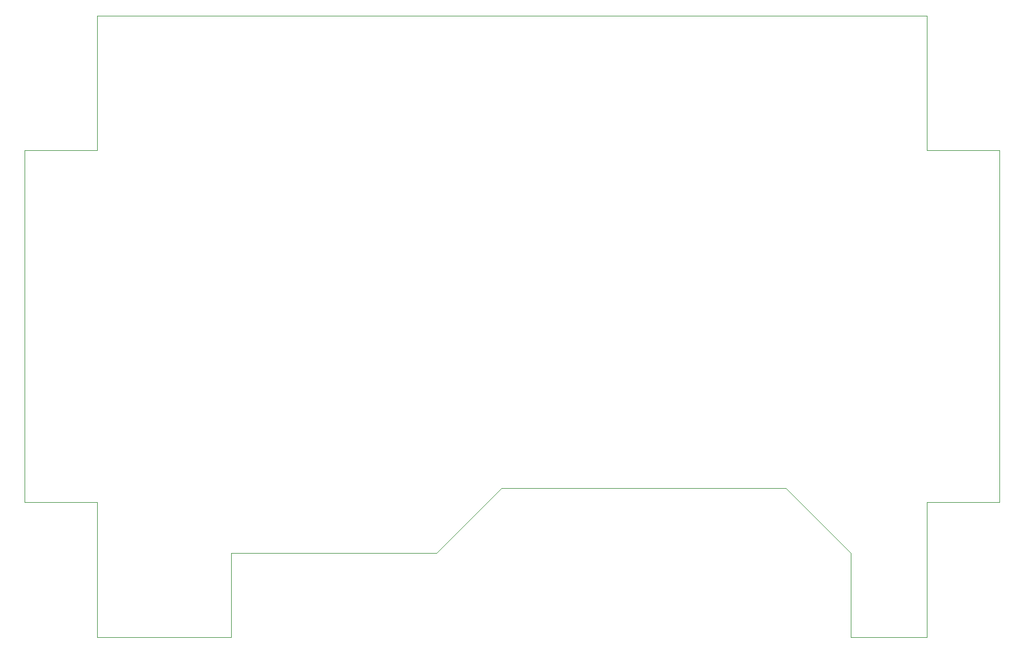
<source format=gbr>
%TF.GenerationSoftware,KiCad,Pcbnew,7.0.0-1.fc37*%
%TF.CreationDate,2023-10-17T19:49:35+02:00*%
%TF.ProjectId,boardConsolePCB,626f6172-6443-46f6-9e73-6f6c65504342,rev?*%
%TF.SameCoordinates,Original*%
%TF.FileFunction,Profile,NP*%
%FSLAX46Y46*%
G04 Gerber Fmt 4.6, Leading zero omitted, Abs format (unit mm)*
G04 Created by KiCad (PCBNEW 7.0.0-1.fc37) date 2023-10-17 19:49:35*
%MOMM*%
%LPD*%
G01*
G04 APERTURE LIST*
%TA.AperFunction,Profile*%
%ADD10C,0.100000*%
%TD*%
G04 APERTURE END LIST*
D10*
X207000000Y-135800000D02*
X197600000Y-126400000D01*
X156500000Y-126400000D02*
X197600000Y-126400000D01*
X147100000Y-135800000D02*
X156500000Y-126400000D01*
X117400000Y-148000000D02*
X117400000Y-135800000D01*
X98000000Y-77500000D02*
X87500000Y-77500000D01*
X207000000Y-148000000D02*
X218000000Y-148000000D01*
X228500000Y-77500000D02*
X218000000Y-77500000D01*
X218000000Y-77500000D02*
X218000000Y-58000000D01*
X218000000Y-128500000D02*
X228500000Y-128500000D01*
X98000000Y-58000000D02*
X98000000Y-77500000D01*
X117400000Y-135800000D02*
X147100000Y-135800000D01*
X98000000Y-128500000D02*
X98000000Y-148000000D01*
X87500000Y-128500000D02*
X98000000Y-128500000D01*
X98000000Y-148000000D02*
X117400000Y-148000000D01*
X218000000Y-148000000D02*
X218000000Y-128500000D01*
X207000000Y-135800000D02*
X207000000Y-148000000D01*
X228500000Y-128500000D02*
X228500000Y-77500000D01*
X218000000Y-58000000D02*
X98000000Y-58000000D01*
X87500000Y-77500000D02*
X87500000Y-128500000D01*
M02*

</source>
